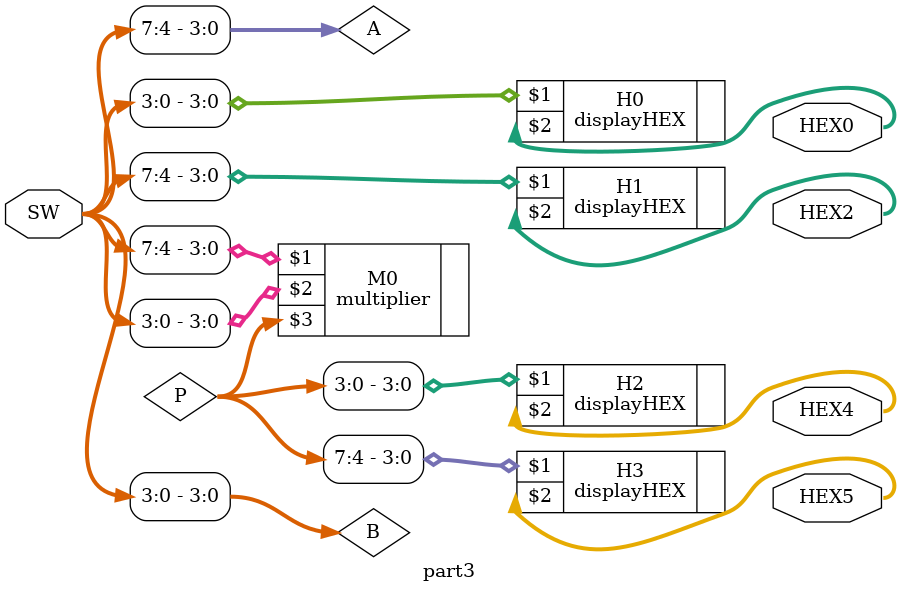
<source format=v>
module part3 (SW, HEX0, HEX2, HEX4, HEX5);

    input [7:0] SW;
    output [6:0] HEX0, HEX2, HEX4, HEX5;

    wire [3:0] A, B;
    wire [7:0] P;

    assign {A, B} = SW;

    multiplier M0 (A, B, P);

    displayHEX H0 (B, HEX0);
    displayHEX H1 (A, HEX2);
    displayHEX H2 (P[3:0], HEX4);
    displayHEX H3 (P[7:4], HEX5);

endmodule
</source>
